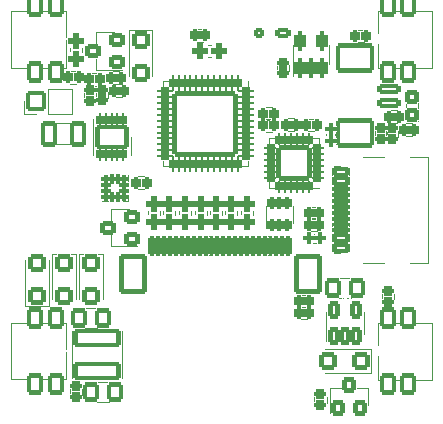
<source format=gbr>
G04 #@! TF.GenerationSoftware,KiCad,Pcbnew,(7.0.0)*
G04 #@! TF.CreationDate,2023-08-19T21:43:34+02:00*
G04 #@! TF.ProjectId,Watchy,57617463-6879-42e6-9b69-6361645f7063,rev?*
G04 #@! TF.SameCoordinates,Original*
G04 #@! TF.FileFunction,Legend,Top*
G04 #@! TF.FilePolarity,Positive*
%FSLAX46Y46*%
G04 Gerber Fmt 4.6, Leading zero omitted, Abs format (unit mm)*
G04 Created by KiCad (PCBNEW (7.0.0)) date 2023-08-19 21:43:34*
%MOMM*%
%LPD*%
G01*
G04 APERTURE LIST*
G04 Aperture macros list*
%AMRoundRect*
0 Rectangle with rounded corners*
0 $1 Rounding radius*
0 $2 $3 $4 $5 $6 $7 $8 $9 X,Y pos of 4 corners*
0 Add a 4 corners polygon primitive as box body*
4,1,4,$2,$3,$4,$5,$6,$7,$8,$9,$2,$3,0*
0 Add four circle primitives for the rounded corners*
1,1,$1+$1,$2,$3*
1,1,$1+$1,$4,$5*
1,1,$1+$1,$6,$7*
1,1,$1+$1,$8,$9*
0 Add four rect primitives between the rounded corners*
20,1,$1+$1,$2,$3,$4,$5,0*
20,1,$1+$1,$4,$5,$6,$7,0*
20,1,$1+$1,$6,$7,$8,$9,0*
20,1,$1+$1,$8,$9,$2,$3,0*%
G04 Aperture macros list end*
%ADD10C,0.120000*%
%ADD11C,0.125000*%
%ADD12C,0.300000*%
%ADD13C,0.150000*%
%ADD14RoundRect,0.200000X0.400000X-0.450000X0.400000X0.450000X-0.400000X0.450000X-0.400000X-0.450000X0*%
%ADD15RoundRect,0.200000X0.450000X0.400000X-0.450000X0.400000X-0.450000X-0.400000X0.450000X-0.400000X0*%
%ADD16RoundRect,0.200000X-0.200000X-0.300000X0.200000X-0.300000X0.200000X0.300000X-0.200000X0.300000X0*%
%ADD17RoundRect,0.200000X0.300000X-0.200000X0.300000X0.200000X-0.300000X0.200000X-0.300000X-0.200000X0*%
%ADD18RoundRect,0.262500X0.350000X0.062500X-0.350000X0.062500X-0.350000X-0.062500X0.350000X-0.062500X0*%
%ADD19RoundRect,0.262500X0.062500X0.350000X-0.062500X0.350000X-0.062500X-0.350000X0.062500X-0.350000X0*%
%ADD20RoundRect,0.200000X1.300000X1.300000X-1.300000X1.300000X-1.300000X-1.300000X1.300000X-1.300000X0*%
%ADD21RoundRect,0.200000X-1.850000X0.600000X-1.850000X-0.600000X1.850000X-0.600000X1.850000X0.600000X0*%
%ADD22RoundRect,0.200000X-0.550000X0.550000X-0.550000X-0.550000X0.550000X-0.550000X0.550000X0.550000X0*%
%ADD23RoundRect,0.262500X-0.062500X0.375000X-0.062500X-0.375000X0.062500X-0.375000X0.062500X0.375000X0*%
%ADD24RoundRect,0.262500X-0.375000X0.062500X-0.375000X-0.062500X0.375000X-0.062500X0.375000X0.062500X0*%
%ADD25RoundRect,0.200000X-2.575000X2.575000X-2.575000X-2.575000X2.575000X-2.575000X2.575000X2.575000X0*%
%ADD26RoundRect,0.200000X0.200000X-0.325000X0.200000X0.325000X-0.200000X0.325000X-0.200000X-0.325000X0*%
%ADD27RoundRect,0.200000X-0.500000X-0.625000X0.500000X-0.625000X0.500000X0.625000X-0.500000X0.625000X0*%
%ADD28RoundRect,0.200000X0.200000X0.300000X-0.200000X0.300000X-0.200000X-0.300000X0.200000X-0.300000X0*%
%ADD29RoundRect,0.200000X0.500000X-0.700000X0.500000X0.700000X-0.500000X0.700000X-0.500000X-0.700000X0*%
%ADD30C,1.200000*%
%ADD31RoundRect,0.200000X-0.500000X0.700000X-0.500000X-0.700000X0.500000X-0.700000X0.500000X0.700000X0*%
%ADD32RoundRect,0.200000X-0.400000X0.400000X-0.400000X-0.400000X0.400000X-0.400000X0.400000X0.400000X0*%
%ADD33RoundRect,0.200000X0.550000X0.550000X-0.550000X0.550000X-0.550000X-0.550000X0.550000X-0.550000X0*%
%ADD34RoundRect,0.350000X0.150000X-0.512500X0.150000X0.512500X-0.150000X0.512500X-0.150000X-0.512500X0*%
%ADD35RoundRect,0.200000X-0.300000X0.200000X-0.300000X-0.200000X0.300000X-0.200000X0.300000X0.200000X0*%
%ADD36RoundRect,0.200000X1.450000X-1.050000X1.450000X1.050000X-1.450000X1.050000X-1.450000X-1.050000X0*%
%ADD37RoundRect,0.200000X0.800000X-0.250000X0.800000X0.250000X-0.800000X0.250000X-0.800000X-0.250000X0*%
%ADD38RoundRect,0.200000X0.550000X-0.550000X0.550000X0.550000X-0.550000X0.550000X-0.550000X-0.550000X0*%
%ADD39RoundRect,0.200000X0.325000X-0.530000X0.325000X0.530000X-0.325000X0.530000X-0.325000X-0.530000X0*%
%ADD40RoundRect,0.200000X-0.150000X-0.650000X0.150000X-0.650000X0.150000X0.650000X-0.150000X0.650000X0*%
%ADD41RoundRect,0.200000X-1.000000X-1.500000X1.000000X-1.500000X1.000000X1.500000X-1.000000X1.500000X0*%
%ADD42RoundRect,0.200000X0.675000X-0.675000X0.675000X0.675000X-0.675000X0.675000X-0.675000X-0.675000X0*%
%ADD43O,1.750000X1.750000*%
%ADD44RoundRect,0.200000X-0.250000X-0.250000X0.250000X-0.250000X0.250000X0.250000X-0.250000X0.250000X0*%
%ADD45RoundRect,0.200000X-0.450000X-0.250000X0.450000X-0.250000X0.450000X0.250000X-0.450000X0.250000X0*%
%ADD46RoundRect,0.200000X-0.500000X-0.900000X0.500000X-0.900000X0.500000X0.900000X-0.500000X0.900000X0*%
%ADD47RoundRect,0.200000X-0.187500X-0.175000X0.187500X-0.175000X0.187500X0.175000X-0.187500X0.175000X0*%
%ADD48RoundRect,0.200000X0.175000X-0.187500X0.175000X0.187500X-0.175000X0.187500X-0.175000X-0.187500X0*%
%ADD49RoundRect,0.262500X-0.062500X0.350000X-0.062500X-0.350000X0.062500X-0.350000X0.062500X0.350000X0*%
%ADD50RoundRect,0.200000X-1.250000X0.850000X-1.250000X-0.850000X1.250000X-0.850000X1.250000X0.850000X0*%
%ADD51RoundRect,0.425000X-0.225000X-0.250000X0.225000X-0.250000X0.225000X0.250000X-0.225000X0.250000X0*%
%ADD52RoundRect,0.425000X0.250000X-0.225000X0.250000X0.225000X-0.250000X0.225000X-0.250000X-0.225000X0*%
%ADD53RoundRect,0.425000X-0.250000X0.225000X-0.250000X-0.225000X0.250000X-0.225000X0.250000X0.225000X0*%
%ADD54RoundRect,0.340000X0.170000X-0.140000X0.170000X0.140000X-0.170000X0.140000X-0.170000X-0.140000X0*%
%ADD55RoundRect,0.340000X-0.140000X-0.170000X0.140000X-0.170000X0.140000X0.170000X-0.140000X0.170000X0*%
%ADD56C,1.000000*%
%ADD57RoundRect,0.200000X0.580000X-0.300000X0.580000X0.300000X-0.580000X0.300000X-0.580000X-0.300000X0*%
%ADD58RoundRect,0.200000X-0.580000X0.150000X-0.580000X-0.150000X0.580000X-0.150000X0.580000X0.150000X0*%
%ADD59O,2.400000X1.300000*%
%ADD60O,2.100000X1.300000*%
G04 APERTURE END LIST*
D10*
X94806000Y-109425200D02*
X94806000Y-111585200D01*
X94806000Y-109425200D02*
X95736000Y-109425200D01*
X97966000Y-109425200D02*
X97966000Y-110885200D01*
X97966000Y-109425200D02*
X97036000Y-109425200D01*
X74975800Y-82504400D02*
X77135800Y-82504400D01*
X74975800Y-82504400D02*
X74975800Y-81574400D01*
X74975800Y-79344400D02*
X76435800Y-79344400D01*
X74975800Y-79344400D02*
X74975800Y-80274400D01*
X83512200Y-80133600D02*
X84012200Y-80133600D01*
X84012200Y-79073600D02*
X83512200Y-79073600D01*
X99630000Y-88160000D02*
X99630000Y-87660000D01*
X98570000Y-87660000D02*
X98570000Y-88160000D01*
X94477600Y-110689200D02*
X94477600Y-110189200D01*
X93417600Y-110189200D02*
X93417600Y-110689200D01*
X93832800Y-88273600D02*
X93832800Y-88748600D01*
X93357800Y-92493600D02*
X93832800Y-92493600D01*
X93357800Y-88273600D02*
X93832800Y-88273600D01*
X90087800Y-92493600D02*
X89612800Y-92493600D01*
X90087800Y-88273600D02*
X89612800Y-88273600D01*
X89612800Y-92493600D02*
X89612800Y-92018600D01*
X89612800Y-88273600D02*
X89612800Y-88748600D01*
X76245800Y-97465000D02*
X78405800Y-97465000D01*
X76245800Y-97465000D02*
X76245800Y-96535000D01*
X76245800Y-94305000D02*
X77705800Y-94305000D01*
X76245800Y-94305000D02*
X76245800Y-95235000D01*
X77130000Y-104640000D02*
X77130000Y-108640000D01*
X72930000Y-104640000D02*
X72930000Y-108640000D01*
X76400200Y-83715000D02*
X76900200Y-83715000D01*
X76900200Y-82655000D02*
X76400200Y-82655000D01*
X75550000Y-98090000D02*
X73550000Y-98090000D01*
X75550000Y-98090000D02*
X75550000Y-101940000D01*
X73550000Y-98090000D02*
X73550000Y-101940000D01*
X80592750Y-83460350D02*
X81067750Y-83460350D01*
X87812750Y-83935350D02*
X87812750Y-83460350D01*
X80592750Y-83935350D02*
X80592750Y-83460350D01*
X87812750Y-90205350D02*
X87812750Y-90680350D01*
X80592750Y-90205350D02*
X80592750Y-90680350D01*
X87812750Y-90680350D02*
X87337750Y-90680350D01*
X80592750Y-90680350D02*
X81067750Y-90680350D01*
X91627800Y-95442000D02*
X91627800Y-94042000D01*
X89307800Y-94042000D02*
X89307800Y-95942000D01*
X73780000Y-110020000D02*
X73780000Y-109520000D01*
X72720000Y-109520000D02*
X72720000Y-110020000D01*
X95521000Y-101865800D02*
X96521000Y-101865800D01*
X96521000Y-100165800D02*
X95521000Y-100165800D01*
X101716000Y-87049200D02*
X101216000Y-87049200D01*
X101216000Y-88109200D02*
X101716000Y-88109200D01*
X100530000Y-88160000D02*
X100530000Y-87660000D01*
X99470000Y-87660000D02*
X99470000Y-88160000D01*
X67780000Y-108720000D02*
X67780000Y-103920000D01*
X72380000Y-108720000D02*
X67780000Y-108720000D01*
X67780000Y-103920000D02*
X72380000Y-103920000D01*
X72380000Y-103920000D02*
X72380000Y-108720000D01*
X103420000Y-103940000D02*
X103420000Y-108740000D01*
X98820000Y-103940000D02*
X103420000Y-103940000D01*
X103420000Y-108740000D02*
X98820000Y-108740000D01*
X98820000Y-108740000D02*
X98820000Y-103940000D01*
X92826000Y-102568600D02*
X92326000Y-102568600D01*
X92326000Y-103628600D02*
X92826000Y-103628600D01*
X73250000Y-98090000D02*
X71250000Y-98090000D01*
X73250000Y-98090000D02*
X73250000Y-101940000D01*
X71250000Y-98090000D02*
X71250000Y-101940000D01*
X74030000Y-104370000D02*
X75030000Y-104370000D01*
X75030000Y-102670000D02*
X74030000Y-102670000D01*
X97110000Y-80200000D02*
X97610000Y-80200000D01*
X97610000Y-79140000D02*
X97110000Y-79140000D01*
X101240000Y-86880000D02*
X102240000Y-86880000D01*
X101240000Y-86880000D02*
X101240000Y-84780000D01*
X102240000Y-86880000D02*
X102240000Y-84780000D01*
X75030000Y-110620000D02*
X76030000Y-110620000D01*
X76030000Y-108920000D02*
X75030000Y-108920000D01*
X98206600Y-108169200D02*
X98206600Y-106169200D01*
X98206600Y-108169200D02*
X94356600Y-108169200D01*
X98206600Y-106169200D02*
X94356600Y-106169200D01*
X91600200Y-81203800D02*
X91600200Y-83003800D01*
X91600200Y-81203800D02*
X91600200Y-80403800D01*
X94720200Y-81203800D02*
X94720200Y-82003800D01*
X94720200Y-81203800D02*
X94720200Y-80403800D01*
X89828800Y-85703000D02*
X89328800Y-85703000D01*
X89328800Y-86763000D02*
X89828800Y-86763000D01*
X92326000Y-102612600D02*
X92826000Y-102612600D01*
X92826000Y-101552600D02*
X92326000Y-101552600D01*
X99132600Y-101451600D02*
X99132600Y-101951600D01*
X100192600Y-101951600D02*
X100192600Y-101451600D01*
X68950000Y-102490000D02*
X70950000Y-102490000D01*
X68950000Y-102490000D02*
X68950000Y-98640000D01*
X70950000Y-102490000D02*
X70950000Y-98640000D01*
X97642000Y-104843400D02*
X97642000Y-103043400D01*
X94422000Y-103043400D02*
X94422000Y-105493400D01*
X103420000Y-77540000D02*
X103420000Y-82340000D01*
X98820000Y-77540000D02*
X103420000Y-77540000D01*
X103420000Y-82340000D02*
X98820000Y-82340000D01*
X98820000Y-82340000D02*
X98820000Y-77540000D01*
X67780000Y-82320000D02*
X67780000Y-77520000D01*
X72380000Y-82320000D02*
X67780000Y-82320000D01*
X67780000Y-77520000D02*
X72380000Y-77520000D01*
X72380000Y-77520000D02*
X72380000Y-82320000D01*
X89828800Y-86693600D02*
X89328800Y-86693600D01*
X89328800Y-87753600D02*
X89828800Y-87753600D01*
X73293400Y-82629600D02*
X72793400Y-82629600D01*
X72793400Y-83689600D02*
X73293400Y-83689600D01*
X79733000Y-79181600D02*
X77733000Y-79181600D01*
X79733000Y-79181600D02*
X79733000Y-83031600D01*
X77733000Y-79181600D02*
X77733000Y-83031600D01*
X68840000Y-86215000D02*
X68840000Y-85155000D01*
X69900000Y-86215000D02*
X68840000Y-86215000D01*
X70900000Y-86215000D02*
X72960000Y-86215000D01*
X70900000Y-86215000D02*
X70900000Y-84095000D01*
X72960000Y-86215000D02*
X72960000Y-84095000D01*
X70900000Y-84095000D02*
X72960000Y-84095000D01*
X73910400Y-84433600D02*
X73910400Y-84933600D01*
X74970400Y-84933600D02*
X74970400Y-84433600D01*
X74596800Y-83842000D02*
X75096800Y-83842000D01*
X75096800Y-82782000D02*
X74596800Y-82782000D01*
X76654200Y-84807200D02*
X77154200Y-84807200D01*
X77154200Y-83747200D02*
X76654200Y-83747200D01*
X71530200Y-87034400D02*
X72880200Y-87034400D01*
X71530200Y-88784400D02*
X72880200Y-88784400D01*
X75499900Y-91402800D02*
X75499900Y-91402800D01*
X75499900Y-93102800D02*
X75499900Y-93102800D01*
X75499900Y-93602800D02*
X75499900Y-93102800D01*
X75999900Y-91402800D02*
X75499900Y-91402800D01*
X75999900Y-93602800D02*
X75499900Y-93602800D01*
X77199900Y-91402800D02*
X77699900Y-91402800D01*
X77199900Y-93602800D02*
X77199900Y-93602800D01*
X77699900Y-91402800D02*
X77699900Y-91902800D01*
X77699900Y-91902800D02*
X77699900Y-91902800D01*
X77699900Y-93102800D02*
X77699900Y-93602800D01*
X77699900Y-93602800D02*
X77199900Y-93602800D01*
X74659200Y-86703500D02*
X74659200Y-89703500D01*
X77879200Y-88203500D02*
X77879200Y-89703500D01*
X74926400Y-84382800D02*
X74926400Y-84882800D01*
X75986400Y-84882800D02*
X75986400Y-84382800D01*
X91302600Y-82596800D02*
X91302600Y-82096800D01*
X90242600Y-82096800D02*
X90242600Y-82596800D01*
X84434420Y-80389000D02*
X84715580Y-80389000D01*
X84434420Y-81409000D02*
X84715580Y-81409000D01*
X87200000Y-94780580D02*
X87200000Y-94499420D01*
X88220000Y-94780580D02*
X88220000Y-94499420D01*
X82000000Y-94780580D02*
X82000000Y-94499420D01*
X83020000Y-94780580D02*
X83020000Y-94499420D01*
X84600000Y-94780580D02*
X84600000Y-94499420D01*
X85620000Y-94780580D02*
X85620000Y-94499420D01*
X85900000Y-94780580D02*
X85900000Y-94499420D01*
X86920000Y-94780580D02*
X86920000Y-94499420D01*
X83300000Y-94780580D02*
X83300000Y-94499420D01*
X84320000Y-94780580D02*
X84320000Y-94499420D01*
X80650000Y-94780580D02*
X80650000Y-94499420D01*
X81670000Y-94780580D02*
X81670000Y-94499420D01*
X79350000Y-94780580D02*
X79350000Y-94499420D01*
X80370000Y-94780580D02*
X80370000Y-94499420D01*
X73731200Y-80707620D02*
X73731200Y-80988780D01*
X72711200Y-80707620D02*
X72711200Y-80988780D01*
X78540800Y-92605000D02*
X79040800Y-92605000D01*
X79040800Y-91545000D02*
X78540800Y-91545000D01*
X94451200Y-88144236D02*
X94451200Y-87928564D01*
X95171200Y-88144236D02*
X95171200Y-87928564D01*
X93357164Y-96414000D02*
X93572836Y-96414000D01*
X93357164Y-97134000D02*
X93572836Y-97134000D01*
X93664200Y-95101000D02*
X93164200Y-95101000D01*
X93164200Y-96161000D02*
X93664200Y-96161000D01*
X97530000Y-98830000D02*
X99330000Y-98830000D01*
X103040000Y-98830000D02*
X101580000Y-98830000D01*
X97530000Y-89890000D02*
X99330000Y-89890000D01*
X103040000Y-89890000D02*
X103040000Y-98830000D01*
X103040000Y-89890000D02*
X101580000Y-89890000D01*
X92935600Y-87702800D02*
X93435600Y-87702800D01*
X93435600Y-86642800D02*
X92935600Y-86642800D01*
X93664200Y-94110400D02*
X93164200Y-94110400D01*
X93164200Y-95170400D02*
X93664200Y-95170400D01*
X99920600Y-87017000D02*
X100420600Y-87017000D01*
X100420600Y-85957000D02*
X99920600Y-85957000D01*
X91708400Y-86617400D02*
X91208400Y-86617400D01*
X91208400Y-87677400D02*
X91708400Y-87677400D01*
%LPC*%
D11*
X94934991Y-102096080D02*
X95006419Y-102119890D01*
X95006419Y-102119890D02*
X95125467Y-102119890D01*
X95125467Y-102119890D02*
X95173086Y-102096080D01*
X95173086Y-102096080D02*
X95196895Y-102072271D01*
X95196895Y-102072271D02*
X95220705Y-102024652D01*
X95220705Y-102024652D02*
X95220705Y-101977033D01*
X95220705Y-101977033D02*
X95196895Y-101929414D01*
X95196895Y-101929414D02*
X95173086Y-101905604D01*
X95173086Y-101905604D02*
X95125467Y-101881795D01*
X95125467Y-101881795D02*
X95030229Y-101857985D01*
X95030229Y-101857985D02*
X94982610Y-101834176D01*
X94982610Y-101834176D02*
X94958800Y-101810366D01*
X94958800Y-101810366D02*
X94934991Y-101762747D01*
X94934991Y-101762747D02*
X94934991Y-101715128D01*
X94934991Y-101715128D02*
X94958800Y-101667509D01*
X94958800Y-101667509D02*
X94982610Y-101643700D01*
X94982610Y-101643700D02*
X95030229Y-101619890D01*
X95030229Y-101619890D02*
X95149276Y-101619890D01*
X95149276Y-101619890D02*
X95220705Y-101643700D01*
X95768323Y-102167509D02*
X95720704Y-102143700D01*
X95720704Y-102143700D02*
X95673085Y-102096080D01*
X95673085Y-102096080D02*
X95601657Y-102024652D01*
X95601657Y-102024652D02*
X95554038Y-102000842D01*
X95554038Y-102000842D02*
X95506419Y-102000842D01*
X95530228Y-102119890D02*
X95482609Y-102096080D01*
X95482609Y-102096080D02*
X95434990Y-102048461D01*
X95434990Y-102048461D02*
X95411181Y-101953223D01*
X95411181Y-101953223D02*
X95411181Y-101786557D01*
X95411181Y-101786557D02*
X95434990Y-101691319D01*
X95434990Y-101691319D02*
X95482609Y-101643700D01*
X95482609Y-101643700D02*
X95530228Y-101619890D01*
X95530228Y-101619890D02*
X95625466Y-101619890D01*
X95625466Y-101619890D02*
X95673085Y-101643700D01*
X95673085Y-101643700D02*
X95720704Y-101691319D01*
X95720704Y-101691319D02*
X95744514Y-101786557D01*
X95744514Y-101786557D02*
X95744514Y-101953223D01*
X95744514Y-101953223D02*
X95720704Y-102048461D01*
X95720704Y-102048461D02*
X95673085Y-102096080D01*
X95673085Y-102096080D02*
X95625466Y-102119890D01*
X95625466Y-102119890D02*
X95530228Y-102119890D01*
X96125467Y-101857985D02*
X95958800Y-101857985D01*
X95958800Y-102119890D02*
X95958800Y-101619890D01*
X95958800Y-101619890D02*
X96196895Y-101619890D01*
X96387371Y-102119890D02*
X96387371Y-101619890D01*
X96387371Y-101619890D02*
X96554038Y-101977033D01*
X96554038Y-101977033D02*
X96720704Y-101619890D01*
X96720704Y-101619890D02*
X96720704Y-102119890D01*
X96958800Y-102119890D02*
X96958800Y-101619890D01*
D12*
X82102381Y-114357595D02*
X82411905Y-115657595D01*
X82411905Y-115657595D02*
X82659524Y-114729023D01*
X82659524Y-114729023D02*
X82907143Y-115657595D01*
X82907143Y-115657595D02*
X83216667Y-114357595D01*
X83650000Y-115286166D02*
X84269047Y-115286166D01*
X83526190Y-115657595D02*
X83959523Y-114357595D01*
X83959523Y-114357595D02*
X84392857Y-115657595D01*
X84640476Y-114357595D02*
X85383333Y-114357595D01*
X85011905Y-115657595D02*
X85011905Y-114357595D01*
X86559523Y-115533785D02*
X86497619Y-115595690D01*
X86497619Y-115595690D02*
X86311904Y-115657595D01*
X86311904Y-115657595D02*
X86188095Y-115657595D01*
X86188095Y-115657595D02*
X86002381Y-115595690D01*
X86002381Y-115595690D02*
X85878571Y-115471880D01*
X85878571Y-115471880D02*
X85816666Y-115348071D01*
X85816666Y-115348071D02*
X85754762Y-115100452D01*
X85754762Y-115100452D02*
X85754762Y-114914738D01*
X85754762Y-114914738D02*
X85816666Y-114667119D01*
X85816666Y-114667119D02*
X85878571Y-114543309D01*
X85878571Y-114543309D02*
X86002381Y-114419500D01*
X86002381Y-114419500D02*
X86188095Y-114357595D01*
X86188095Y-114357595D02*
X86311904Y-114357595D01*
X86311904Y-114357595D02*
X86497619Y-114419500D01*
X86497619Y-114419500D02*
X86559523Y-114481404D01*
X87116666Y-115657595D02*
X87116666Y-114357595D01*
X87116666Y-114976642D02*
X87859523Y-114976642D01*
X87859523Y-115657595D02*
X87859523Y-114357595D01*
X88726190Y-115038547D02*
X88726190Y-115657595D01*
X88292857Y-114357595D02*
X88726190Y-115038547D01*
X88726190Y-115038547D02*
X89159524Y-114357595D01*
D13*
X70380714Y-96692857D02*
X71047380Y-96521429D01*
X71047380Y-96521429D02*
X70571190Y-96350000D01*
X70571190Y-96350000D02*
X71047380Y-96178571D01*
X71047380Y-96178571D02*
X70380714Y-96007143D01*
X71047380Y-95278572D02*
X70523571Y-95278572D01*
X70523571Y-95278572D02*
X70428333Y-95321429D01*
X70428333Y-95321429D02*
X70380714Y-95407143D01*
X70380714Y-95407143D02*
X70380714Y-95578572D01*
X70380714Y-95578572D02*
X70428333Y-95664286D01*
X70999761Y-95278572D02*
X71047380Y-95364286D01*
X71047380Y-95364286D02*
X71047380Y-95578572D01*
X71047380Y-95578572D02*
X70999761Y-95664286D01*
X70999761Y-95664286D02*
X70904523Y-95707143D01*
X70904523Y-95707143D02*
X70809285Y-95707143D01*
X70809285Y-95707143D02*
X70714047Y-95664286D01*
X70714047Y-95664286D02*
X70666428Y-95578572D01*
X70666428Y-95578572D02*
X70666428Y-95364286D01*
X70666428Y-95364286D02*
X70618809Y-95278572D01*
X70380714Y-94978571D02*
X70380714Y-94635714D01*
X70047380Y-94850000D02*
X70904523Y-94850000D01*
X70904523Y-94850000D02*
X70999761Y-94807143D01*
X70999761Y-94807143D02*
X71047380Y-94721428D01*
X71047380Y-94721428D02*
X71047380Y-94635714D01*
X70999761Y-93950000D02*
X71047380Y-94035714D01*
X71047380Y-94035714D02*
X71047380Y-94207142D01*
X71047380Y-94207142D02*
X70999761Y-94292857D01*
X70999761Y-94292857D02*
X70952142Y-94335714D01*
X70952142Y-94335714D02*
X70856904Y-94378571D01*
X70856904Y-94378571D02*
X70571190Y-94378571D01*
X70571190Y-94378571D02*
X70475952Y-94335714D01*
X70475952Y-94335714D02*
X70428333Y-94292857D01*
X70428333Y-94292857D02*
X70380714Y-94207142D01*
X70380714Y-94207142D02*
X70380714Y-94035714D01*
X70380714Y-94035714D02*
X70428333Y-93950000D01*
X71047380Y-93564285D02*
X70047380Y-93564285D01*
X71047380Y-93178571D02*
X70523571Y-93178571D01*
X70523571Y-93178571D02*
X70428333Y-93221428D01*
X70428333Y-93221428D02*
X70380714Y-93307142D01*
X70380714Y-93307142D02*
X70380714Y-93435713D01*
X70380714Y-93435713D02*
X70428333Y-93521428D01*
X70428333Y-93521428D02*
X70475952Y-93564285D01*
X70380714Y-92835713D02*
X71047380Y-92621427D01*
X70380714Y-92407142D02*
X71047380Y-92621427D01*
X71047380Y-92621427D02*
X71285476Y-92707142D01*
X71285476Y-92707142D02*
X71333095Y-92749999D01*
X71333095Y-92749999D02*
X71380714Y-92835713D01*
D12*
X82102381Y-70407595D02*
X82411905Y-71707595D01*
X82411905Y-71707595D02*
X82659524Y-70779023D01*
X82659524Y-70779023D02*
X82907143Y-71707595D01*
X82907143Y-71707595D02*
X83216667Y-70407595D01*
X83650000Y-71336166D02*
X84269047Y-71336166D01*
X83526190Y-71707595D02*
X83959523Y-70407595D01*
X83959523Y-70407595D02*
X84392857Y-71707595D01*
X84640476Y-70407595D02*
X85383333Y-70407595D01*
X85011905Y-71707595D02*
X85011905Y-70407595D01*
X86559523Y-71583785D02*
X86497619Y-71645690D01*
X86497619Y-71645690D02*
X86311904Y-71707595D01*
X86311904Y-71707595D02*
X86188095Y-71707595D01*
X86188095Y-71707595D02*
X86002381Y-71645690D01*
X86002381Y-71645690D02*
X85878571Y-71521880D01*
X85878571Y-71521880D02*
X85816666Y-71398071D01*
X85816666Y-71398071D02*
X85754762Y-71150452D01*
X85754762Y-71150452D02*
X85754762Y-70964738D01*
X85754762Y-70964738D02*
X85816666Y-70717119D01*
X85816666Y-70717119D02*
X85878571Y-70593309D01*
X85878571Y-70593309D02*
X86002381Y-70469500D01*
X86002381Y-70469500D02*
X86188095Y-70407595D01*
X86188095Y-70407595D02*
X86311904Y-70407595D01*
X86311904Y-70407595D02*
X86497619Y-70469500D01*
X86497619Y-70469500D02*
X86559523Y-70531404D01*
X87116666Y-71707595D02*
X87116666Y-70407595D01*
X87116666Y-71026642D02*
X87859523Y-71026642D01*
X87859523Y-71707595D02*
X87859523Y-70407595D01*
X88726190Y-71088547D02*
X88726190Y-71707595D01*
X88292857Y-70407595D02*
X88726190Y-71088547D01*
X88726190Y-71088547D02*
X89159524Y-70407595D01*
D14*
X95436000Y-111185200D03*
X97336000Y-111185200D03*
X96386000Y-109185200D03*
D15*
X76735800Y-81874400D03*
X76735800Y-79974400D03*
X74735800Y-80924400D03*
D16*
X83312200Y-79603600D03*
X84212200Y-79603600D03*
D17*
X99100000Y-88360000D03*
X99100000Y-87460000D03*
X93947600Y-110889200D03*
X93947600Y-109989200D03*
D18*
X93660300Y-91633600D03*
X93660300Y-91133600D03*
X93660300Y-90633600D03*
X93660300Y-90133600D03*
X93660300Y-89633600D03*
X93660300Y-89133600D03*
D19*
X92972800Y-88446100D03*
X92472800Y-88446100D03*
X91972800Y-88446100D03*
X91472800Y-88446100D03*
X90972800Y-88446100D03*
X90472800Y-88446100D03*
D18*
X89785300Y-89133600D03*
X89785300Y-89633600D03*
X89785300Y-90133600D03*
X89785300Y-90633600D03*
X89785300Y-91133600D03*
X89785300Y-91633600D03*
D19*
X90472800Y-92321100D03*
X90972800Y-92321100D03*
X91472800Y-92321100D03*
X91972800Y-92321100D03*
X92472800Y-92321100D03*
X92972800Y-92321100D03*
D20*
X91722800Y-90383600D03*
D15*
X78005800Y-96835000D03*
X78005800Y-94935000D03*
X76005800Y-95885000D03*
D21*
X75030000Y-105240000D03*
X75030000Y-108040000D03*
D16*
X76200200Y-83185000D03*
X77100200Y-83185000D03*
D22*
X74550000Y-98890000D03*
X74550000Y-101690000D03*
D23*
X86952750Y-83632850D03*
X86452750Y-83632850D03*
X85952750Y-83632850D03*
X85452750Y-83632850D03*
X84952750Y-83632850D03*
X84452750Y-83632850D03*
X83952750Y-83632850D03*
X83452750Y-83632850D03*
X82952750Y-83632850D03*
X82452750Y-83632850D03*
X81952750Y-83632850D03*
X81452750Y-83632850D03*
D24*
X80765250Y-84320350D03*
X80765250Y-84820350D03*
X80765250Y-85320350D03*
X80765250Y-85820350D03*
X80765250Y-86320350D03*
X80765250Y-86820350D03*
X80765250Y-87320350D03*
X80765250Y-87820350D03*
X80765250Y-88320350D03*
X80765250Y-88820350D03*
X80765250Y-89320350D03*
X80765250Y-89820350D03*
D23*
X81452750Y-90507850D03*
X81952750Y-90507850D03*
X82452750Y-90507850D03*
X82952750Y-90507850D03*
X83452750Y-90507850D03*
X83952750Y-90507850D03*
X84452750Y-90507850D03*
X84952750Y-90507850D03*
X85452750Y-90507850D03*
X85952750Y-90507850D03*
X86452750Y-90507850D03*
X86952750Y-90507850D03*
D24*
X87640250Y-89820350D03*
X87640250Y-89320350D03*
X87640250Y-88820350D03*
X87640250Y-88320350D03*
X87640250Y-87820350D03*
X87640250Y-87320350D03*
X87640250Y-86820350D03*
X87640250Y-86320350D03*
X87640250Y-85820350D03*
X87640250Y-85320350D03*
X87640250Y-84820350D03*
X87640250Y-84320350D03*
D25*
X84202750Y-87070350D03*
D26*
X89817800Y-95692000D03*
X90467800Y-95692000D03*
X91117800Y-95692000D03*
X91117800Y-93792000D03*
X90467800Y-93792000D03*
X89817800Y-93792000D03*
D17*
X73250000Y-110220000D03*
X73250000Y-109320000D03*
D27*
X95021000Y-101015800D03*
X97021000Y-101015800D03*
D28*
X101916000Y-87579200D03*
X101016000Y-87579200D03*
D17*
X100000000Y-88360000D03*
X100000000Y-87460000D03*
D29*
X69830000Y-109130000D03*
X71530000Y-109130000D03*
D30*
X69330000Y-106330000D03*
X71930000Y-106330000D03*
D29*
X69830000Y-103530000D03*
X71530000Y-103530000D03*
D31*
X101370000Y-103530000D03*
X99670000Y-103530000D03*
D30*
X101870000Y-106330000D03*
X99270000Y-106330000D03*
D31*
X101370000Y-109130000D03*
X99670000Y-109130000D03*
D28*
X93026000Y-103098600D03*
X92126000Y-103098600D03*
D22*
X72250000Y-98890000D03*
X72250000Y-101690000D03*
D27*
X73530000Y-103520000D03*
X75530000Y-103520000D03*
D16*
X96910000Y-79670000D03*
X97810000Y-79670000D03*
D32*
X101740000Y-86380000D03*
X101740000Y-84780000D03*
D27*
X74530000Y-109770000D03*
X76530000Y-109770000D03*
D33*
X97406600Y-107169200D03*
X94606600Y-107169200D03*
D34*
X92210200Y-82341300D03*
X93160200Y-82341300D03*
X94110200Y-82341300D03*
X94110200Y-80066300D03*
X92210200Y-80066300D03*
D28*
X90028800Y-86233000D03*
X89128800Y-86233000D03*
D16*
X92126000Y-102082600D03*
X93026000Y-102082600D03*
D35*
X99662600Y-101251600D03*
X99662600Y-102151600D03*
D36*
X96880000Y-87877000D03*
X96880000Y-81545000D03*
D37*
X99730000Y-85345000D03*
X99730000Y-84095000D03*
D38*
X69950000Y-101690000D03*
X69950000Y-98890000D03*
D39*
X95082000Y-105043400D03*
X96032000Y-105043400D03*
X96982000Y-105043400D03*
X96982000Y-102843400D03*
X95082000Y-102843400D03*
D31*
X101370000Y-77130000D03*
X99670000Y-77130000D03*
D30*
X101870000Y-79930000D03*
X99270000Y-79930000D03*
D31*
X101370000Y-82730000D03*
X99670000Y-82730000D03*
D29*
X69830000Y-82730000D03*
X71530000Y-82730000D03*
D30*
X69330000Y-79930000D03*
X71930000Y-79930000D03*
D29*
X69830000Y-77130000D03*
X71530000Y-77130000D03*
D40*
X91225000Y-97420000D03*
X90725000Y-97420000D03*
X90225000Y-97420000D03*
X89725000Y-97420000D03*
X89225000Y-97420000D03*
X88725000Y-97420000D03*
X88225000Y-97420000D03*
X87725000Y-97420000D03*
X87225000Y-97420000D03*
X86725000Y-97420000D03*
X86225000Y-97420000D03*
X85725000Y-97420000D03*
X85225000Y-97420000D03*
X84725000Y-97420000D03*
X84225000Y-97420000D03*
X83725000Y-97420000D03*
X83225000Y-97420000D03*
X82725000Y-97420000D03*
X82225000Y-97420000D03*
X81725000Y-97420000D03*
X81225000Y-97420000D03*
X80725000Y-97420000D03*
X80225000Y-97420000D03*
X79725000Y-97420000D03*
D41*
X78075000Y-99770000D03*
X92875000Y-99770000D03*
D28*
X90028800Y-87223600D03*
X89128800Y-87223600D03*
X73493400Y-83159600D03*
X72593400Y-83159600D03*
D22*
X78733000Y-79981600D03*
X78733000Y-82781600D03*
D42*
X69900000Y-85155000D03*
D43*
X71899999Y-85154999D03*
D35*
X74440400Y-84233600D03*
X74440400Y-85133600D03*
D44*
X88725000Y-79430000D03*
D45*
X90825000Y-79430000D03*
D16*
X74396800Y-83312000D03*
X75296800Y-83312000D03*
X76454200Y-84277200D03*
X77354200Y-84277200D03*
D46*
X73455200Y-87909400D03*
X70955200Y-87909400D03*
D47*
X75837400Y-91752800D03*
X75837400Y-92252800D03*
X75837400Y-92752800D03*
X75837400Y-93252800D03*
D48*
X76349900Y-93265300D03*
X76849900Y-93265300D03*
D47*
X77362400Y-93252800D03*
X77362400Y-92752800D03*
X77362400Y-92252800D03*
X77362400Y-91752800D03*
D48*
X76849900Y-91740300D03*
X76349900Y-91740300D03*
D49*
X77269200Y-86741000D03*
X76769200Y-86741000D03*
X76269200Y-86741000D03*
X75769200Y-86741000D03*
X75269200Y-86741000D03*
X75269200Y-89666000D03*
X75769200Y-89666000D03*
X76269200Y-89666000D03*
X76769200Y-89666000D03*
X77269200Y-89666000D03*
D50*
X76269200Y-88203500D03*
D35*
X75456400Y-84182800D03*
X75456400Y-85082800D03*
D17*
X90772600Y-82796800D03*
X90772600Y-81896800D03*
D51*
X83800000Y-80899000D03*
X85350000Y-80899000D03*
D52*
X87710000Y-95415000D03*
X87710000Y-93865000D03*
X82510000Y-95415000D03*
X82510000Y-93865000D03*
X85110000Y-95415000D03*
X85110000Y-93865000D03*
X86410000Y-95415000D03*
X86410000Y-93865000D03*
X83810000Y-95415000D03*
X83810000Y-93865000D03*
X81160000Y-95415000D03*
X81160000Y-93865000D03*
X79860000Y-95415000D03*
X79860000Y-93865000D03*
D53*
X73221200Y-80073200D03*
X73221200Y-81623200D03*
D16*
X78340800Y-92075000D03*
X79240800Y-92075000D03*
D54*
X94811200Y-88516400D03*
X94811200Y-87556400D03*
D55*
X92985000Y-96774000D03*
X93945000Y-96774000D03*
D28*
X93864200Y-95631000D03*
X92964200Y-95631000D03*
D56*
X96750000Y-97250000D03*
X96750000Y-91470000D03*
D57*
X95690000Y-97560000D03*
X95690000Y-96760000D03*
D58*
X95690000Y-95610000D03*
X95690000Y-94610000D03*
X95690000Y-94110000D03*
X95690000Y-93110000D03*
D57*
X95690000Y-91960000D03*
X95690000Y-91160000D03*
X95690000Y-91160000D03*
X95690000Y-91960000D03*
D58*
X95690000Y-92610000D03*
X95690000Y-93610000D03*
X95690000Y-95110000D03*
X95690000Y-96110000D03*
D57*
X95690000Y-96760000D03*
X95690000Y-97560000D03*
D59*
X96269999Y-98679999D03*
D60*
X100439999Y-98679999D03*
D59*
X96269999Y-90039999D03*
D60*
X100439999Y-90039999D03*
D16*
X92735600Y-87172800D03*
X93635600Y-87172800D03*
D28*
X93864200Y-94640400D03*
X92964200Y-94640400D03*
D16*
X99720600Y-86487000D03*
X100620600Y-86487000D03*
D28*
X91908400Y-87147400D03*
X91008400Y-87147400D03*
M02*

</source>
